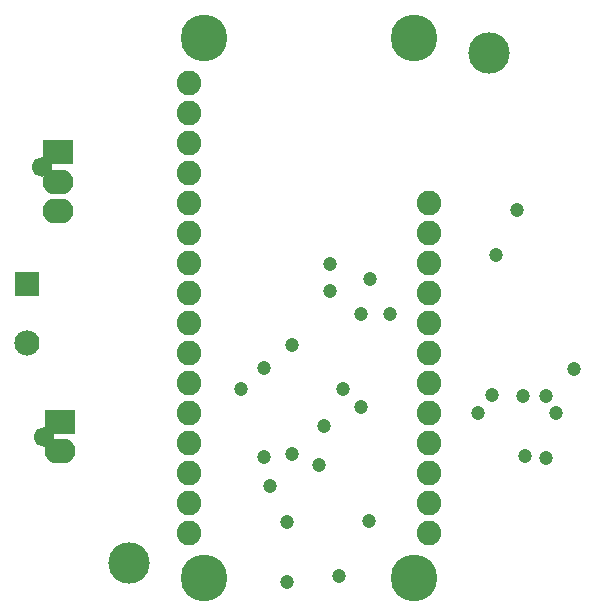
<source format=gbr>
G04 #@! TF.GenerationSoftware,KiCad,Pcbnew,(5.0.0-3-g5ebb6b6)*
G04 #@! TF.CreationDate,2018-10-15T13:07:59-06:00*
G04 #@! TF.ProjectId,DS_Special_Object,44535F5370656369616C5F4F626A6563,rev?*
G04 #@! TF.SameCoordinates,Original*
G04 #@! TF.FileFunction,Soldermask,Bot*
G04 #@! TF.FilePolarity,Negative*
%FSLAX46Y46*%
G04 Gerber Fmt 4.6, Leading zero omitted, Abs format (unit mm)*
G04 Created by KiCad (PCBNEW (5.0.0-3-g5ebb6b6)) date Monday, October 15, 2018 at 01:07:59 PM*
%MOMM*%
%LPD*%
G01*
G04 APERTURE LIST*
%ADD10C,1.700000*%
%ADD11O,2.600000X2.100000*%
%ADD12R,2.600000X2.100000*%
%ADD13C,3.505200*%
%ADD14C,2.082800*%
%ADD15C,3.956000*%
%ADD16R,2.133600X2.133600*%
%ADD17C,2.133600*%
%ADD18C,1.200000*%
G04 APERTURE END LIST*
D10*
G04 #@! TO.C,J2*
X21520000Y-154071000D03*
D11*
X22860000Y-157821000D03*
X22860000Y-155321000D03*
D12*
X22860000Y-152821000D03*
G04 #@! TD*
G04 #@! TO.C,J3*
X22987000Y-175641000D03*
D11*
X22987000Y-178141000D03*
D10*
X21647000Y-176891000D03*
G04 #@! TD*
D13*
G04 #@! TO.C,H1*
X59309000Y-144399000D03*
G04 #@! TD*
G04 #@! TO.C,H3*
X28829000Y-187579000D03*
G04 #@! TD*
D14*
G04 #@! TO.C,U3*
X33909000Y-185039000D03*
X33909000Y-182499000D03*
X33909000Y-179959000D03*
X33909000Y-177419000D03*
X33909000Y-174879000D03*
X33909000Y-172339000D03*
X33909000Y-169799000D03*
X33909000Y-167259000D03*
X33909000Y-164719000D03*
X33909000Y-162179000D03*
X33909000Y-159639000D03*
X33909000Y-157099000D03*
X33909000Y-154559000D03*
X33909000Y-152019000D03*
X33909000Y-149479000D03*
X33909000Y-146939000D03*
X54229000Y-157099000D03*
X54229000Y-159639000D03*
X54229000Y-162179000D03*
X54229000Y-164719000D03*
X54229000Y-167259000D03*
X54229000Y-169799000D03*
X54229000Y-172339000D03*
X54229000Y-174879000D03*
X54229000Y-177419000D03*
X54229000Y-179959000D03*
X54229000Y-182499000D03*
X54229000Y-185039000D03*
D15*
X35179000Y-188849000D03*
X35179000Y-143129000D03*
X52959000Y-188849000D03*
X52959000Y-143129000D03*
G04 #@! TD*
D16*
G04 #@! TO.C,C7*
X20193000Y-163997640D03*
D17*
X20193000Y-168996360D03*
G04 #@! TD*
D18*
X59563000Y-173355000D03*
X42672000Y-169164000D03*
X45847000Y-164592000D03*
X48514000Y-166497000D03*
X45847000Y-162306000D03*
X49276000Y-163576000D03*
X50927000Y-166497000D03*
X45339000Y-176022000D03*
X48514000Y-174371000D03*
X40259000Y-171069000D03*
X38354000Y-172847000D03*
X62357000Y-178562000D03*
X64135000Y-178689000D03*
X61722000Y-157734000D03*
X59944000Y-161544000D03*
X64135000Y-173482000D03*
X62230000Y-173482000D03*
X66548000Y-171196000D03*
X49149000Y-184023000D03*
X46609000Y-188722000D03*
X42189400Y-189230000D03*
X42189400Y-184150000D03*
X40767000Y-181102000D03*
X44958000Y-179324000D03*
X46990000Y-172847000D03*
X40317847Y-178620847D03*
X42652313Y-178336992D03*
X58420000Y-174879000D03*
X65024000Y-174879000D03*
M02*

</source>
